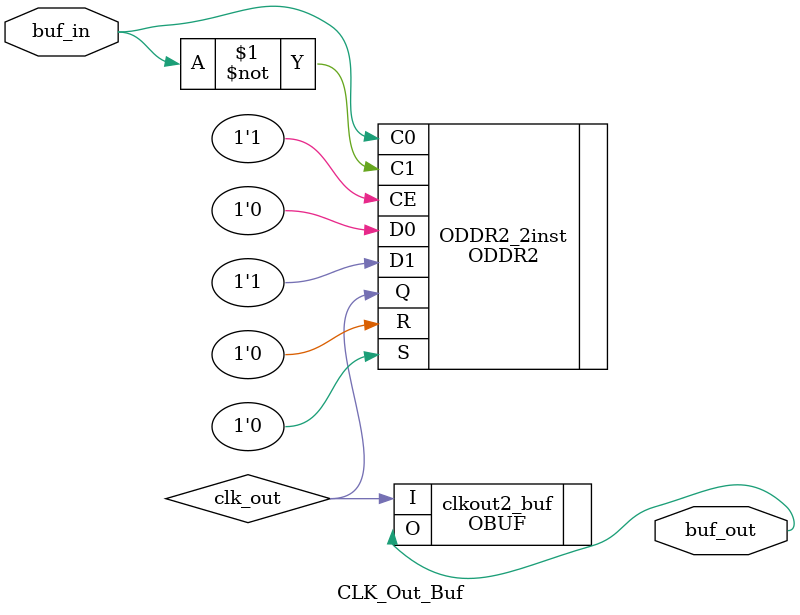
<source format=v>

module SDRAM_Controller
(
input              CLK,          //CLK
output             rd_busy_flag, //controller interface
input              rd_start_trig,//
input       [23:0] RD_ADR,       //
output reg  [15:0] RD_DATA,      //
output             wt_busy_flag, //
input              wt_start_trig,//
input       [23:0] WT_ADR,       //
input       [15:0] WT_DATA,      //
inout       [15:0] SD_P_DATA,    //output to SDRAM pins
output reg  [1:0]  SD_P_BA,      //
output reg  [12:0] SD_P_ADR,     //	
output reg         SD_P_nCAS,    //
output reg         SD_P_nRAS,    //
output reg         SD_P_nWE,     //
output             SD_P_CKE,     //
output      [1:0]  SD_P_DQM,     //
output             SD_P_nCS,     //
output             SD_P_CLK      //
);

//to do: Add parameters with adress(row/column),data length, refresh cycle time...
parameter          CAS_DELAY       = 2,
                   REF_DELAY       = 8,
                   INIT_REF_CYCL   = 8,
                   REF_ALL_CYCL    = 8192;
reg      [23:0]    SD_ADR_TEMP; 	  //23:22-bank, 21:9 - row, 8:0 - column
reg      [15:0]    SD_DATA_TEMP;
reg                init_done       = 1'b0;
wire               init_tim_flag,refresh_tim_flag,delay_tim_flag,repeat_tim_flag;
wire               refresh_tim_reset;
reg                delay_tim_reset,repeat_tim_reset;
reg      [3:0]     delay_tim_period;
wire     [13:0]    repeat_tim_period;
wire               arb_reload;
wire     [2:0]     arb_delay;
wire               bank_en;
reg      [1:0]     rd_wt_operation;
reg      [3:0]     state,next_state;

localparam         IDLE       = 4'd0,  //IDLE

                   PCH_ALL    = 4'd1,  //INIT/REFRESH
                   NOP1       = 4'd2,  //
                   REFRESH    = 4'd3,  //
                   NOP2       = 4'd4,  //
                   SEND_MRS   = 4'd5,  //
                   NOP3       = 4'd6,  //
						
                   ROW_ACT    = 4'd7,  //READ/WRITE
                   RD_WT_NOP  = 4'd8,  //
                   WRITE      = 4'd9,  //
                   READ_START = 4'd10, //
                   READ_NOP   = 4'd11, //
                   READ       = 4'd12; //

always @(posedge CLK) //go to next state
begin
state              <= next_state;
end

always @(posedge CLK) //refresh flip-flops
begin
case (state)
IDLE:begin	
     rd_wt_operation                 <= 2'b0;
     SD_ADR_TEMP                     <= 24'b0; 	
     SD_DATA_TEMP                    <= 16'b0;
     if (wt_start_trig & init_done)
     begin
          if(bank_en)rd_wt_operation <= 2'b01;
          SD_ADR_TEMP                <= WT_ADR;       //copy adres and data to temporary register 
          SD_DATA_TEMP               <= WT_DATA;
     end
     else if (rd_start_trig & init_done)
     begin
          if(bank_en)rd_wt_operation <= 2'b10;
          SD_ADR_TEMP                <= RD_ADR;       //copy adres to temporary register 
     end
end
SEND_MRS: init_done                  <= 1'b1;
READ:     RD_DATA 						 <= SD_P_DATA;    //read data
endcase			
end


always @(*) //set next_state
begin
next_state              = state;      //set default values
delay_tim_period        = CAS_DELAY;  //
delay_tim_reset         = 1'b1;       //
repeat_tim_reset        = 1'b1;       //
case (state)
IDLE:begin	
     if ((init_tim_flag & !init_done) | refresh_tim_flag)
          next_state           = PCH_ALL;
     else if ((wt_start_trig | rd_start_trig) & init_done)
     begin
         if(bank_en)next_state = ROW_ACT;
         else       next_state = IDLE;
     end
end
PCH_ALL:begin
     next_state                = NOP1;
     delay_tim_reset           = 1'b0;        //start delay timer
end
NOP1:begin	
     delay_tim_reset           = 1'b0;
     if (delay_tim_flag)
     begin
         next_state            = REFRESH;
         repeat_tim_reset      = 1'b0;       //start INIT refresh cycle
         delay_tim_reset       = 1'b1;
     end
end
REFRESH:begin	
     next_state                = NOP2;
     delay_tim_period          = REF_DELAY;  //set delay period
     delay_tim_reset           = 1'b0;       //start delay timer
end
NOP2:begin
     delay_tim_period          = REF_DELAY;
     delay_tim_reset           = 1'b0;
     repeat_tim_reset          = 1'b0;
     if (delay_tim_flag & !repeat_tim_flag)
     begin
         next_state            = REFRESH;
         delay_tim_reset       = 1'b1;
     end
     else if (delay_tim_flag & repeat_tim_flag)
     begin
         if(init_done)next_state	= IDLE;
         else         next_state	= SEND_MRS;
		   delay_tim_reset         = 1'b1;
         repeat_tim_reset        = 1'b1;
	  end
end
SEND_MRS:next_state            = NOP3;
NOP3:begin
     delay_tim_reset           = 1'b0;
     if (delay_tim_flag)next_state = IDLE;
end
ROW_ACT:begin
     next_state                = RD_WT_NOP;
     delay_tim_reset           = 1'b0; 	
end
RD_WT_NOP:begin
     delay_tim_reset           = 1'b0;
     if (delay_tim_flag & rd_wt_operation == 2'b01)
     begin
         next_state            = WRITE;
         delay_tim_reset       = 1'b1;
     end
     else if (delay_tim_flag & rd_wt_operation == 2'b10)
     begin
         next_state            = READ_START;
         delay_tim_reset       = 1'b1;
     end
end
WRITE:next_state               = IDLE;
READ_START:begin
     next_state                = READ_NOP;
     delay_tim_reset           = 1'b0; 	
end	
READ_NOP:begin
     delay_tim_reset           = 1'b0;
     if (delay_tim_flag)next_state = READ;
end	
READ:next_state                = IDLE;
default:next_state             = IDLE;
endcase			
end

always @(*)
begin
case (state)
IDLE,NOP1,NOP2,NOP3,RD_WT_NOP,READ_NOP,READ:begin //NOP
   SD_P_nRAS            = 1'b1;
   SD_P_nCAS            = 1'b1;
   SD_P_nWE             = 1'b1;
   SD_P_BA              = 2'b0;
   SD_P_ADR             = 13'b0;
end
PCH_ALL:begin //precharge all banks
   SD_P_nRAS            = 1'b0; 
   SD_P_nCAS            = 1'b1;
   SD_P_nWE             = 1'b0;
   SD_P_BA              = 2'b0;
   SD_P_ADR             = 13'b0010000000000;
end
REFRESH:begin //refresh
   SD_P_nRAS            = 1'b0;
   SD_P_nCAS            = 1'b0;
   SD_P_nWE             = 1'b1;
   SD_P_BA              = 2'b0;
   SD_P_ADR             = 13'b0;
end
SEND_MRS:begin //send MRS
   SD_P_nRAS            = 1'b0; 
   SD_P_nCAS            = 1'b0;
   SD_P_nWE             = 1'b0;
   SD_P_BA              = 2'b0;
   SD_P_ADR             = 13'b0000000110000;
end
ROW_ACT:begin //Activate row
   SD_P_nRAS            = 1'b0; 
   SD_P_nCAS            = 1'b1;
   SD_P_nWE             = 1'b1;
   SD_P_BA              = SD_ADR_TEMP[23:22];
   SD_P_ADR             = SD_ADR_TEMP[21:9];
end
WRITE:begin //WRITE
   SD_P_nRAS            = 1'b1; 
   SD_P_nCAS            = 1'b0;
   SD_P_nWE             = 1'b0;
   SD_P_BA              = SD_ADR_TEMP[23:22];
   SD_P_ADR             = {4'b0010, SD_ADR_TEMP[8:0]};
end
READ_START:begin //READ
   SD_P_nRAS            = 1'b1; 
   SD_P_nCAS            = 1'b0;
   SD_P_nWE             = 1'b1;
   SD_P_BA              = SD_ADR_TEMP[23:22];
   SD_P_ADR             = {4'b0010, SD_ADR_TEMP[8:0]};
end
default:begin //NOP
   SD_P_nRAS            = 1'b1;
   SD_P_nCAS            = 1'b1;
   SD_P_nWE             = 1'b1;
   SD_P_BA              = 2'b0;
   SD_P_ADR             = 13'b0;
end
endcase
end 

CLK_Out_Buf Out1(
.buf_in        (CLK),
.buf_out       (SD_P_CLK)
);

Timer #(16) initTimer(
.CLK           (CLK),
.period        (16'd26667),
.timer_reset   (1'b0),
.count_finish  (init_tim_flag),
.count()
);

Timer #(24) refreshTimer(
.CLK           (CLK),
.period        (24'd8450000),
.timer_reset   (refresh_tim_reset),
.count_finish  (refresh_tim_flag),
.count()
);

Timer #(4) delayTimer(
.CLK           (CLK),
.period        (delay_tim_period),
.timer_reset   (delay_tim_reset),
.count_finish  (delay_tim_flag),
.count()
);

wire delay_out_clk;
BUFG  delay_out_bufg (.I(delay_tim_flag), .O(delay_fin_clk));

Timer #(14) repeatTimer(
.CLK           (delay_fin_clk),
.period        (repeat_tim_period), 
.timer_reset   (repeat_tim_reset),
.count_finish  (repeat_tim_flag),
.count()
);

bankArbiter arbBank( 
.CLK           (CLK),
.reload_en     (arb_reload),
.bank_num      (SD_ADR_TEMP[23:22]),
.bank_delay    ({SD_ADR_TEMP[23:22],arb_delay}),//5:4 - bank, 3:0 - delay
.bank_enable   (bank_en)
);

assign arb_reload          = (state == READ | state == WRITE)  ? 1'b1 :1'b0;
assign arb_delay           = (state == WRITE)                  ? 3'd5 :
                             (state == READ)                   ? 3'd3 : 3'd0;									  
assign refresh_tim_reset   = (state == REFRESH)                ? 1'b1 : 1'b0;
assign repeat_tim_period   = (init_done)                       ? REF_ALL_CYCL : INIT_REF_CYCL; 	//number of refresh cycles

assign wt_busy_flag        = rd_wt_operation[0]; 
assign rd_busy_flag        = rd_wt_operation[1];

assign SD_P_DATA           = (rd_wt_operation != 2'b10)        ? SD_DATA_TEMP : 16'bz;				//3-state buffer
assign SD_P_DQM [1:0]      = (rd_wt_operation != 2'b00)        ? 2'b00 : 2'b11;
assign SD_P_nCS            = 1'b0;
assign SD_P_CKE            = 1'b1;
endmodule


module bankArbiter(
input         CLK,
input         reload_en,
input  [1:0]  bank_num,
input  [4:0]  bank_delay, //4:3 - bank, 2:0 - delay
output        bank_enable
);
reg [2:0] delay [3:0];

always @ (posedge CLK)
begin
	if      (bank_delay[4:3] == 2'd0 & bank_delay[2:0] != 0 & reload_en == 1'b1) delay[0] <= bank_delay[2:0];
	else if (delay[0] != 3'b0)                                                   delay[0] <= delay[0] - 1'b1;
	else                                                                         delay[0] <= 3'b0;
	
	if      (bank_delay[4:3] == 2'd1 & bank_delay[2:0] != 0 & reload_en == 1'b1) delay[1] <= bank_delay[2:0];
	else if (delay[1] != 3'b0)                                                   delay[1] <= delay[1] - 1'b1;
	else                                                                         delay[1] <= 3'b0;
	
	if      (bank_delay[4:3] == 2'd2 & bank_delay[2:0] != 0 & reload_en == 1'b1) delay[2] <= bank_delay[2:0];
	else if (delay[2] != 3'b0)                                                   delay[2] <= delay[2] - 1'b1;
	else                                                                         delay[2] <= 3'b0;
	
	if      (bank_delay[4:3] == 2'd3 & bank_delay[2:0] != 0 & reload_en == 1'b1) delay[3] <= bank_delay[2:0];
	else if (delay[3] != 3'b0)                                                   delay[3] <= delay[3] - 1'b1;
	else                                                                         delay[3] <= 3'b0;
end
assign bank_enable =((bank_num == 2'd0 & delay[0] == 3'b0)|
                     (bank_num == 2'd1 & delay[1] == 3'b0)|
                     (bank_num == 2'd2 & delay[2] == 3'b0)|
                     (bank_num == 2'd3 & delay[3] == 3'b0)) ? 1'b1 : 1'b0;
endmodule

module CLK_Out_Buf
(
input  buf_in,
output buf_out
);
wire clk_out;
ODDR2 #(
   .DDR_ALIGNMENT	("NONE"), 	// Sets output alignment to "NONE", "C0" or "C1" 
   .INIT				(1'b0),    	// Sets initial state of the Q output to 1'b0 or 1'b1
   .SRTYPE			("SYNC") 	// Specifies "SYNC" or "ASYNC" set/reset
) ODDR2_2inst (
   .Q		(clk_out),  			// 1-bit DDR output data SD_CLK
   .C0	(buf_in),   			// 1-bit clock input
   .C1	(~buf_in), 				// 1-bit clock input
   .CE	(1'b1), 					// 1-bit clock enable input
   .D0	(1'b0), 					// 1-bit data input (associated with C0)
   .D1	(1'b1), 					// 1-bit data input (associated with C1)
   .R		(1'b0),   				// 1-bit reset input
   .S		(1'b0)    				// 1-bit set input
   );
OBUF clkout2_buf(.I (clk_out),.O (buf_out));
endmodule

</source>
